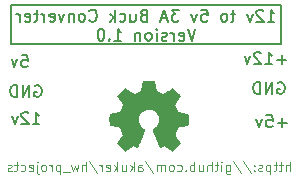
<source format=gbo>
G04 #@! TF.GenerationSoftware,KiCad,Pcbnew,(6.0.4)*
G04 #@! TF.CreationDate,2022-05-06T11:38:26-05:00*
G04 #@! TF.ProjectId,12v_buck_converter,3132765f-6275-4636-9b5f-636f6e766572,rev?*
G04 #@! TF.SameCoordinates,Original*
G04 #@! TF.FileFunction,Legend,Bot*
G04 #@! TF.FilePolarity,Positive*
%FSLAX46Y46*%
G04 Gerber Fmt 4.6, Leading zero omitted, Abs format (unit mm)*
G04 Created by KiCad (PCBNEW (6.0.4)) date 2022-05-06 11:38:26*
%MOMM*%
%LPD*%
G01*
G04 APERTURE LIST*
%ADD10C,0.150000*%
%ADD11C,0.100000*%
%ADD12C,0.010000*%
%ADD13R,1.700000X1.700000*%
%ADD14O,1.700000X1.700000*%
G04 APERTURE END LIST*
D10*
X53340000Y-100330000D02*
X76200000Y-100330000D01*
X76200000Y-100330000D02*
X76200000Y-103632000D01*
X76200000Y-103632000D02*
X53340000Y-103632000D01*
X53340000Y-103632000D02*
X53340000Y-100330000D01*
D11*
X76947809Y-114407904D02*
X76947809Y-113607904D01*
X76604952Y-114407904D02*
X76604952Y-113988857D01*
X76643047Y-113912666D01*
X76719238Y-113874571D01*
X76833523Y-113874571D01*
X76909714Y-113912666D01*
X76947809Y-113950761D01*
X76338285Y-113874571D02*
X76033523Y-113874571D01*
X76224000Y-113607904D02*
X76224000Y-114293619D01*
X76185904Y-114369809D01*
X76109714Y-114407904D01*
X76033523Y-114407904D01*
X75881142Y-113874571D02*
X75576380Y-113874571D01*
X75766857Y-113607904D02*
X75766857Y-114293619D01*
X75728761Y-114369809D01*
X75652571Y-114407904D01*
X75576380Y-114407904D01*
X75309714Y-113874571D02*
X75309714Y-114674571D01*
X75309714Y-113912666D02*
X75233523Y-113874571D01*
X75081142Y-113874571D01*
X75004952Y-113912666D01*
X74966857Y-113950761D01*
X74928761Y-114026952D01*
X74928761Y-114255523D01*
X74966857Y-114331714D01*
X75004952Y-114369809D01*
X75081142Y-114407904D01*
X75233523Y-114407904D01*
X75309714Y-114369809D01*
X74624000Y-114369809D02*
X74547809Y-114407904D01*
X74395428Y-114407904D01*
X74319238Y-114369809D01*
X74281142Y-114293619D01*
X74281142Y-114255523D01*
X74319238Y-114179333D01*
X74395428Y-114141238D01*
X74509714Y-114141238D01*
X74585904Y-114103142D01*
X74624000Y-114026952D01*
X74624000Y-113988857D01*
X74585904Y-113912666D01*
X74509714Y-113874571D01*
X74395428Y-113874571D01*
X74319238Y-113912666D01*
X73938285Y-114331714D02*
X73900190Y-114369809D01*
X73938285Y-114407904D01*
X73976380Y-114369809D01*
X73938285Y-114331714D01*
X73938285Y-114407904D01*
X73938285Y-113912666D02*
X73900190Y-113950761D01*
X73938285Y-113988857D01*
X73976380Y-113950761D01*
X73938285Y-113912666D01*
X73938285Y-113988857D01*
X72985904Y-113569809D02*
X73671619Y-114598380D01*
X72147809Y-113569809D02*
X72833523Y-114598380D01*
X71538285Y-113874571D02*
X71538285Y-114522190D01*
X71576380Y-114598380D01*
X71614476Y-114636476D01*
X71690666Y-114674571D01*
X71804952Y-114674571D01*
X71881142Y-114636476D01*
X71538285Y-114369809D02*
X71614476Y-114407904D01*
X71766857Y-114407904D01*
X71843047Y-114369809D01*
X71881142Y-114331714D01*
X71919238Y-114255523D01*
X71919238Y-114026952D01*
X71881142Y-113950761D01*
X71843047Y-113912666D01*
X71766857Y-113874571D01*
X71614476Y-113874571D01*
X71538285Y-113912666D01*
X71157333Y-114407904D02*
X71157333Y-113874571D01*
X71157333Y-113607904D02*
X71195428Y-113646000D01*
X71157333Y-113684095D01*
X71119238Y-113646000D01*
X71157333Y-113607904D01*
X71157333Y-113684095D01*
X70890666Y-113874571D02*
X70585904Y-113874571D01*
X70776380Y-113607904D02*
X70776380Y-114293619D01*
X70738285Y-114369809D01*
X70662095Y-114407904D01*
X70585904Y-114407904D01*
X70319238Y-114407904D02*
X70319238Y-113607904D01*
X69976380Y-114407904D02*
X69976380Y-113988857D01*
X70014476Y-113912666D01*
X70090666Y-113874571D01*
X70204952Y-113874571D01*
X70281142Y-113912666D01*
X70319238Y-113950761D01*
X69252571Y-113874571D02*
X69252571Y-114407904D01*
X69595428Y-113874571D02*
X69595428Y-114293619D01*
X69557333Y-114369809D01*
X69481142Y-114407904D01*
X69366857Y-114407904D01*
X69290666Y-114369809D01*
X69252571Y-114331714D01*
X68871619Y-114407904D02*
X68871619Y-113607904D01*
X68871619Y-113912666D02*
X68795428Y-113874571D01*
X68643047Y-113874571D01*
X68566857Y-113912666D01*
X68528761Y-113950761D01*
X68490666Y-114026952D01*
X68490666Y-114255523D01*
X68528761Y-114331714D01*
X68566857Y-114369809D01*
X68643047Y-114407904D01*
X68795428Y-114407904D01*
X68871619Y-114369809D01*
X68147809Y-114331714D02*
X68109714Y-114369809D01*
X68147809Y-114407904D01*
X68185904Y-114369809D01*
X68147809Y-114331714D01*
X68147809Y-114407904D01*
X67424000Y-114369809D02*
X67500190Y-114407904D01*
X67652571Y-114407904D01*
X67728761Y-114369809D01*
X67766857Y-114331714D01*
X67804952Y-114255523D01*
X67804952Y-114026952D01*
X67766857Y-113950761D01*
X67728761Y-113912666D01*
X67652571Y-113874571D01*
X67500190Y-113874571D01*
X67424000Y-113912666D01*
X66966857Y-114407904D02*
X67043047Y-114369809D01*
X67081142Y-114331714D01*
X67119238Y-114255523D01*
X67119238Y-114026952D01*
X67081142Y-113950761D01*
X67043047Y-113912666D01*
X66966857Y-113874571D01*
X66852571Y-113874571D01*
X66776380Y-113912666D01*
X66738285Y-113950761D01*
X66700190Y-114026952D01*
X66700190Y-114255523D01*
X66738285Y-114331714D01*
X66776380Y-114369809D01*
X66852571Y-114407904D01*
X66966857Y-114407904D01*
X66357333Y-114407904D02*
X66357333Y-113874571D01*
X66357333Y-113950761D02*
X66319238Y-113912666D01*
X66243047Y-113874571D01*
X66128761Y-113874571D01*
X66052571Y-113912666D01*
X66014476Y-113988857D01*
X66014476Y-114407904D01*
X66014476Y-113988857D02*
X65976380Y-113912666D01*
X65900190Y-113874571D01*
X65785904Y-113874571D01*
X65709714Y-113912666D01*
X65671619Y-113988857D01*
X65671619Y-114407904D01*
X64719238Y-113569809D02*
X65404952Y-114598380D01*
X64109714Y-114407904D02*
X64109714Y-113988857D01*
X64147809Y-113912666D01*
X64224000Y-113874571D01*
X64376380Y-113874571D01*
X64452571Y-113912666D01*
X64109714Y-114369809D02*
X64185904Y-114407904D01*
X64376380Y-114407904D01*
X64452571Y-114369809D01*
X64490666Y-114293619D01*
X64490666Y-114217428D01*
X64452571Y-114141238D01*
X64376380Y-114103142D01*
X64185904Y-114103142D01*
X64109714Y-114065047D01*
X63728761Y-114407904D02*
X63728761Y-113607904D01*
X63652571Y-114103142D02*
X63424000Y-114407904D01*
X63424000Y-113874571D02*
X63728761Y-114179333D01*
X62738285Y-113874571D02*
X62738285Y-114407904D01*
X63081142Y-113874571D02*
X63081142Y-114293619D01*
X63043047Y-114369809D01*
X62966857Y-114407904D01*
X62852571Y-114407904D01*
X62776380Y-114369809D01*
X62738285Y-114331714D01*
X62357333Y-114407904D02*
X62357333Y-113607904D01*
X62281142Y-114103142D02*
X62052571Y-114407904D01*
X62052571Y-113874571D02*
X62357333Y-114179333D01*
X61404952Y-114369809D02*
X61481142Y-114407904D01*
X61633523Y-114407904D01*
X61709714Y-114369809D01*
X61747809Y-114293619D01*
X61747809Y-113988857D01*
X61709714Y-113912666D01*
X61633523Y-113874571D01*
X61481142Y-113874571D01*
X61404952Y-113912666D01*
X61366857Y-113988857D01*
X61366857Y-114065047D01*
X61747809Y-114141238D01*
X61024000Y-114407904D02*
X61024000Y-113874571D01*
X61024000Y-114026952D02*
X60985904Y-113950761D01*
X60947809Y-113912666D01*
X60871619Y-113874571D01*
X60795428Y-113874571D01*
X59957333Y-113569809D02*
X60643047Y-114598380D01*
X59690666Y-114407904D02*
X59690666Y-113607904D01*
X59347809Y-114407904D02*
X59347809Y-113988857D01*
X59385904Y-113912666D01*
X59462095Y-113874571D01*
X59576380Y-113874571D01*
X59652571Y-113912666D01*
X59690666Y-113950761D01*
X59043047Y-113874571D02*
X58890666Y-114407904D01*
X58738285Y-114026952D01*
X58585904Y-114407904D01*
X58433523Y-113874571D01*
X58319238Y-114484095D02*
X57709714Y-114484095D01*
X57519238Y-113874571D02*
X57519238Y-114674571D01*
X57519238Y-113912666D02*
X57443047Y-113874571D01*
X57290666Y-113874571D01*
X57214476Y-113912666D01*
X57176380Y-113950761D01*
X57138285Y-114026952D01*
X57138285Y-114255523D01*
X57176380Y-114331714D01*
X57214476Y-114369809D01*
X57290666Y-114407904D01*
X57443047Y-114407904D01*
X57519238Y-114369809D01*
X56795428Y-114407904D02*
X56795428Y-113874571D01*
X56795428Y-114026952D02*
X56757333Y-113950761D01*
X56719238Y-113912666D01*
X56643047Y-113874571D01*
X56566857Y-113874571D01*
X56185904Y-114407904D02*
X56262095Y-114369809D01*
X56300190Y-114331714D01*
X56338285Y-114255523D01*
X56338285Y-114026952D01*
X56300190Y-113950761D01*
X56262095Y-113912666D01*
X56185904Y-113874571D01*
X56071619Y-113874571D01*
X55995428Y-113912666D01*
X55957333Y-113950761D01*
X55919238Y-114026952D01*
X55919238Y-114255523D01*
X55957333Y-114331714D01*
X55995428Y-114369809D01*
X56071619Y-114407904D01*
X56185904Y-114407904D01*
X55576380Y-113874571D02*
X55576380Y-114560285D01*
X55614476Y-114636476D01*
X55690666Y-114674571D01*
X55728761Y-114674571D01*
X55576380Y-113607904D02*
X55614476Y-113646000D01*
X55576380Y-113684095D01*
X55538285Y-113646000D01*
X55576380Y-113607904D01*
X55576380Y-113684095D01*
X54890666Y-114369809D02*
X54966857Y-114407904D01*
X55119238Y-114407904D01*
X55195428Y-114369809D01*
X55233523Y-114293619D01*
X55233523Y-113988857D01*
X55195428Y-113912666D01*
X55119238Y-113874571D01*
X54966857Y-113874571D01*
X54890666Y-113912666D01*
X54852571Y-113988857D01*
X54852571Y-114065047D01*
X55233523Y-114141238D01*
X54166857Y-114369809D02*
X54243047Y-114407904D01*
X54395428Y-114407904D01*
X54471619Y-114369809D01*
X54509714Y-114331714D01*
X54547809Y-114255523D01*
X54547809Y-114026952D01*
X54509714Y-113950761D01*
X54471619Y-113912666D01*
X54395428Y-113874571D01*
X54243047Y-113874571D01*
X54166857Y-113912666D01*
X53938285Y-113874571D02*
X53633523Y-113874571D01*
X53824000Y-113607904D02*
X53824000Y-114293619D01*
X53785904Y-114369809D01*
X53709714Y-114407904D01*
X53633523Y-114407904D01*
X53404952Y-114369809D02*
X53328761Y-114407904D01*
X53176380Y-114407904D01*
X53100190Y-114369809D01*
X53062095Y-114293619D01*
X53062095Y-114255523D01*
X53100190Y-114179333D01*
X53176380Y-114141238D01*
X53290666Y-114141238D01*
X53366857Y-114103142D01*
X53404952Y-114026952D01*
X53404952Y-113988857D01*
X53366857Y-113912666D01*
X53290666Y-113874571D01*
X53176380Y-113874571D01*
X53100190Y-113912666D01*
D10*
X75945904Y-106942000D02*
X76041142Y-106894380D01*
X76184000Y-106894380D01*
X76326857Y-106942000D01*
X76422095Y-107037238D01*
X76469714Y-107132476D01*
X76517333Y-107322952D01*
X76517333Y-107465809D01*
X76469714Y-107656285D01*
X76422095Y-107751523D01*
X76326857Y-107846761D01*
X76184000Y-107894380D01*
X76088761Y-107894380D01*
X75945904Y-107846761D01*
X75898285Y-107799142D01*
X75898285Y-107465809D01*
X76088761Y-107465809D01*
X75469714Y-107894380D02*
X75469714Y-106894380D01*
X74898285Y-107894380D01*
X74898285Y-106894380D01*
X74422095Y-107894380D02*
X74422095Y-106894380D01*
X74184000Y-106894380D01*
X74041142Y-106942000D01*
X73945904Y-107037238D01*
X73898285Y-107132476D01*
X73850666Y-107322952D01*
X73850666Y-107465809D01*
X73898285Y-107656285D01*
X73945904Y-107751523D01*
X74041142Y-107846761D01*
X74184000Y-107894380D01*
X74422095Y-107894380D01*
X76676095Y-110307428D02*
X75914190Y-110307428D01*
X76295142Y-110688380D02*
X76295142Y-109926476D01*
X74961809Y-109688380D02*
X75438000Y-109688380D01*
X75485619Y-110164571D01*
X75438000Y-110116952D01*
X75342761Y-110069333D01*
X75104666Y-110069333D01*
X75009428Y-110116952D01*
X74961809Y-110164571D01*
X74914190Y-110259809D01*
X74914190Y-110497904D01*
X74961809Y-110593142D01*
X75009428Y-110640761D01*
X75104666Y-110688380D01*
X75342761Y-110688380D01*
X75438000Y-110640761D01*
X75485619Y-110593142D01*
X74580857Y-110021714D02*
X74342761Y-110688380D01*
X74104666Y-110021714D01*
X54244857Y-104608380D02*
X54721047Y-104608380D01*
X54768666Y-105084571D01*
X54721047Y-105036952D01*
X54625809Y-104989333D01*
X54387714Y-104989333D01*
X54292476Y-105036952D01*
X54244857Y-105084571D01*
X54197238Y-105179809D01*
X54197238Y-105417904D01*
X54244857Y-105513142D01*
X54292476Y-105560761D01*
X54387714Y-105608380D01*
X54625809Y-105608380D01*
X54721047Y-105560761D01*
X54768666Y-105513142D01*
X53863904Y-104941714D02*
X53625809Y-105608380D01*
X53387714Y-104941714D01*
X76644285Y-104973428D02*
X75882380Y-104973428D01*
X76263333Y-105354380D02*
X76263333Y-104592476D01*
X74882380Y-105354380D02*
X75453809Y-105354380D01*
X75168095Y-105354380D02*
X75168095Y-104354380D01*
X75263333Y-104497238D01*
X75358571Y-104592476D01*
X75453809Y-104640095D01*
X74501428Y-104449619D02*
X74453809Y-104402000D01*
X74358571Y-104354380D01*
X74120476Y-104354380D01*
X74025238Y-104402000D01*
X73977619Y-104449619D01*
X73930000Y-104544857D01*
X73930000Y-104640095D01*
X73977619Y-104782952D01*
X74549047Y-105354380D01*
X73930000Y-105354380D01*
X73596666Y-104687714D02*
X73358571Y-105354380D01*
X73120476Y-104687714D01*
X55181428Y-110434380D02*
X55752857Y-110434380D01*
X55467142Y-110434380D02*
X55467142Y-109434380D01*
X55562380Y-109577238D01*
X55657619Y-109672476D01*
X55752857Y-109720095D01*
X54800476Y-109529619D02*
X54752857Y-109482000D01*
X54657619Y-109434380D01*
X54419523Y-109434380D01*
X54324285Y-109482000D01*
X54276666Y-109529619D01*
X54229047Y-109624857D01*
X54229047Y-109720095D01*
X54276666Y-109862952D01*
X54848095Y-110434380D01*
X54229047Y-110434380D01*
X53895714Y-109767714D02*
X53657619Y-110434380D01*
X53419523Y-109767714D01*
X55371904Y-107196000D02*
X55467142Y-107148380D01*
X55610000Y-107148380D01*
X55752857Y-107196000D01*
X55848095Y-107291238D01*
X55895714Y-107386476D01*
X55943333Y-107576952D01*
X55943333Y-107719809D01*
X55895714Y-107910285D01*
X55848095Y-108005523D01*
X55752857Y-108100761D01*
X55610000Y-108148380D01*
X55514761Y-108148380D01*
X55371904Y-108100761D01*
X55324285Y-108053142D01*
X55324285Y-107719809D01*
X55514761Y-107719809D01*
X54895714Y-108148380D02*
X54895714Y-107148380D01*
X54324285Y-108148380D01*
X54324285Y-107148380D01*
X53848095Y-108148380D02*
X53848095Y-107148380D01*
X53610000Y-107148380D01*
X53467142Y-107196000D01*
X53371904Y-107291238D01*
X53324285Y-107386476D01*
X53276666Y-107576952D01*
X53276666Y-107719809D01*
X53324285Y-107910285D01*
X53371904Y-108005523D01*
X53467142Y-108100761D01*
X53610000Y-108148380D01*
X53848095Y-108148380D01*
X75079523Y-101755380D02*
X75650952Y-101755380D01*
X75365238Y-101755380D02*
X75365238Y-100755380D01*
X75460476Y-100898238D01*
X75555714Y-100993476D01*
X75650952Y-101041095D01*
X74698571Y-100850619D02*
X74650952Y-100803000D01*
X74555714Y-100755380D01*
X74317619Y-100755380D01*
X74222380Y-100803000D01*
X74174761Y-100850619D01*
X74127142Y-100945857D01*
X74127142Y-101041095D01*
X74174761Y-101183952D01*
X74746190Y-101755380D01*
X74127142Y-101755380D01*
X73793809Y-101088714D02*
X73555714Y-101755380D01*
X73317619Y-101088714D01*
X72317619Y-101088714D02*
X71936666Y-101088714D01*
X72174761Y-100755380D02*
X72174761Y-101612523D01*
X72127142Y-101707761D01*
X72031904Y-101755380D01*
X71936666Y-101755380D01*
X71460476Y-101755380D02*
X71555714Y-101707761D01*
X71603333Y-101660142D01*
X71650952Y-101564904D01*
X71650952Y-101279190D01*
X71603333Y-101183952D01*
X71555714Y-101136333D01*
X71460476Y-101088714D01*
X71317619Y-101088714D01*
X71222380Y-101136333D01*
X71174761Y-101183952D01*
X71127142Y-101279190D01*
X71127142Y-101564904D01*
X71174761Y-101660142D01*
X71222380Y-101707761D01*
X71317619Y-101755380D01*
X71460476Y-101755380D01*
X69460476Y-100755380D02*
X69936666Y-100755380D01*
X69984285Y-101231571D01*
X69936666Y-101183952D01*
X69841428Y-101136333D01*
X69603333Y-101136333D01*
X69508095Y-101183952D01*
X69460476Y-101231571D01*
X69412857Y-101326809D01*
X69412857Y-101564904D01*
X69460476Y-101660142D01*
X69508095Y-101707761D01*
X69603333Y-101755380D01*
X69841428Y-101755380D01*
X69936666Y-101707761D01*
X69984285Y-101660142D01*
X69079523Y-101088714D02*
X68841428Y-101755380D01*
X68603333Y-101088714D01*
X67555714Y-100755380D02*
X66936666Y-100755380D01*
X67270000Y-101136333D01*
X67127142Y-101136333D01*
X67031904Y-101183952D01*
X66984285Y-101231571D01*
X66936666Y-101326809D01*
X66936666Y-101564904D01*
X66984285Y-101660142D01*
X67031904Y-101707761D01*
X67127142Y-101755380D01*
X67412857Y-101755380D01*
X67508095Y-101707761D01*
X67555714Y-101660142D01*
X66555714Y-101469666D02*
X66079523Y-101469666D01*
X66650952Y-101755380D02*
X66317619Y-100755380D01*
X65984285Y-101755380D01*
X64555714Y-101231571D02*
X64412857Y-101279190D01*
X64365238Y-101326809D01*
X64317619Y-101422047D01*
X64317619Y-101564904D01*
X64365238Y-101660142D01*
X64412857Y-101707761D01*
X64508095Y-101755380D01*
X64889047Y-101755380D01*
X64889047Y-100755380D01*
X64555714Y-100755380D01*
X64460476Y-100803000D01*
X64412857Y-100850619D01*
X64365238Y-100945857D01*
X64365238Y-101041095D01*
X64412857Y-101136333D01*
X64460476Y-101183952D01*
X64555714Y-101231571D01*
X64889047Y-101231571D01*
X63460476Y-101088714D02*
X63460476Y-101755380D01*
X63889047Y-101088714D02*
X63889047Y-101612523D01*
X63841428Y-101707761D01*
X63746190Y-101755380D01*
X63603333Y-101755380D01*
X63508095Y-101707761D01*
X63460476Y-101660142D01*
X62555714Y-101707761D02*
X62650952Y-101755380D01*
X62841428Y-101755380D01*
X62936666Y-101707761D01*
X62984285Y-101660142D01*
X63031904Y-101564904D01*
X63031904Y-101279190D01*
X62984285Y-101183952D01*
X62936666Y-101136333D01*
X62841428Y-101088714D01*
X62650952Y-101088714D01*
X62555714Y-101136333D01*
X62127142Y-101755380D02*
X62127142Y-100755380D01*
X62031904Y-101374428D02*
X61746190Y-101755380D01*
X61746190Y-101088714D02*
X62127142Y-101469666D01*
X59984285Y-101660142D02*
X60031904Y-101707761D01*
X60174761Y-101755380D01*
X60270000Y-101755380D01*
X60412857Y-101707761D01*
X60508095Y-101612523D01*
X60555714Y-101517285D01*
X60603333Y-101326809D01*
X60603333Y-101183952D01*
X60555714Y-100993476D01*
X60508095Y-100898238D01*
X60412857Y-100803000D01*
X60270000Y-100755380D01*
X60174761Y-100755380D01*
X60031904Y-100803000D01*
X59984285Y-100850619D01*
X59412857Y-101755380D02*
X59508095Y-101707761D01*
X59555714Y-101660142D01*
X59603333Y-101564904D01*
X59603333Y-101279190D01*
X59555714Y-101183952D01*
X59508095Y-101136333D01*
X59412857Y-101088714D01*
X59270000Y-101088714D01*
X59174761Y-101136333D01*
X59127142Y-101183952D01*
X59079523Y-101279190D01*
X59079523Y-101564904D01*
X59127142Y-101660142D01*
X59174761Y-101707761D01*
X59270000Y-101755380D01*
X59412857Y-101755380D01*
X58650952Y-101088714D02*
X58650952Y-101755380D01*
X58650952Y-101183952D02*
X58603333Y-101136333D01*
X58508095Y-101088714D01*
X58365238Y-101088714D01*
X58270000Y-101136333D01*
X58222380Y-101231571D01*
X58222380Y-101755380D01*
X57841428Y-101088714D02*
X57603333Y-101755380D01*
X57365238Y-101088714D01*
X56603333Y-101707761D02*
X56698571Y-101755380D01*
X56889047Y-101755380D01*
X56984285Y-101707761D01*
X57031904Y-101612523D01*
X57031904Y-101231571D01*
X56984285Y-101136333D01*
X56889047Y-101088714D01*
X56698571Y-101088714D01*
X56603333Y-101136333D01*
X56555714Y-101231571D01*
X56555714Y-101326809D01*
X57031904Y-101422047D01*
X56127142Y-101755380D02*
X56127142Y-101088714D01*
X56127142Y-101279190D02*
X56079523Y-101183952D01*
X56031904Y-101136333D01*
X55936666Y-101088714D01*
X55841428Y-101088714D01*
X55650952Y-101088714D02*
X55270000Y-101088714D01*
X55508095Y-100755380D02*
X55508095Y-101612523D01*
X55460476Y-101707761D01*
X55365238Y-101755380D01*
X55270000Y-101755380D01*
X54555714Y-101707761D02*
X54650952Y-101755380D01*
X54841428Y-101755380D01*
X54936666Y-101707761D01*
X54984285Y-101612523D01*
X54984285Y-101231571D01*
X54936666Y-101136333D01*
X54841428Y-101088714D01*
X54650952Y-101088714D01*
X54555714Y-101136333D01*
X54508095Y-101231571D01*
X54508095Y-101326809D01*
X54984285Y-101422047D01*
X54079523Y-101755380D02*
X54079523Y-101088714D01*
X54079523Y-101279190D02*
X54031904Y-101183952D01*
X53984285Y-101136333D01*
X53889047Y-101088714D01*
X53793809Y-101088714D01*
X68960476Y-102365380D02*
X68627142Y-103365380D01*
X68293809Y-102365380D01*
X67579523Y-103317761D02*
X67674761Y-103365380D01*
X67865238Y-103365380D01*
X67960476Y-103317761D01*
X68008095Y-103222523D01*
X68008095Y-102841571D01*
X67960476Y-102746333D01*
X67865238Y-102698714D01*
X67674761Y-102698714D01*
X67579523Y-102746333D01*
X67531904Y-102841571D01*
X67531904Y-102936809D01*
X68008095Y-103032047D01*
X67103333Y-103365380D02*
X67103333Y-102698714D01*
X67103333Y-102889190D02*
X67055714Y-102793952D01*
X67008095Y-102746333D01*
X66912857Y-102698714D01*
X66817619Y-102698714D01*
X66531904Y-103317761D02*
X66436666Y-103365380D01*
X66246190Y-103365380D01*
X66150952Y-103317761D01*
X66103333Y-103222523D01*
X66103333Y-103174904D01*
X66150952Y-103079666D01*
X66246190Y-103032047D01*
X66389047Y-103032047D01*
X66484285Y-102984428D01*
X66531904Y-102889190D01*
X66531904Y-102841571D01*
X66484285Y-102746333D01*
X66389047Y-102698714D01*
X66246190Y-102698714D01*
X66150952Y-102746333D01*
X65674761Y-103365380D02*
X65674761Y-102698714D01*
X65674761Y-102365380D02*
X65722380Y-102413000D01*
X65674761Y-102460619D01*
X65627142Y-102413000D01*
X65674761Y-102365380D01*
X65674761Y-102460619D01*
X65055714Y-103365380D02*
X65150952Y-103317761D01*
X65198571Y-103270142D01*
X65246190Y-103174904D01*
X65246190Y-102889190D01*
X65198571Y-102793952D01*
X65150952Y-102746333D01*
X65055714Y-102698714D01*
X64912857Y-102698714D01*
X64817619Y-102746333D01*
X64770000Y-102793952D01*
X64722380Y-102889190D01*
X64722380Y-103174904D01*
X64770000Y-103270142D01*
X64817619Y-103317761D01*
X64912857Y-103365380D01*
X65055714Y-103365380D01*
X64293809Y-102698714D02*
X64293809Y-103365380D01*
X64293809Y-102793952D02*
X64246190Y-102746333D01*
X64150952Y-102698714D01*
X64008095Y-102698714D01*
X63912857Y-102746333D01*
X63865238Y-102841571D01*
X63865238Y-103365380D01*
X62103333Y-103365380D02*
X62674761Y-103365380D01*
X62389047Y-103365380D02*
X62389047Y-102365380D01*
X62484285Y-102508238D01*
X62579523Y-102603476D01*
X62674761Y-102651095D01*
X61674761Y-103270142D02*
X61627142Y-103317761D01*
X61674761Y-103365380D01*
X61722380Y-103317761D01*
X61674761Y-103270142D01*
X61674761Y-103365380D01*
X61008095Y-102365380D02*
X60912857Y-102365380D01*
X60817619Y-102413000D01*
X60770000Y-102460619D01*
X60722380Y-102555857D01*
X60674761Y-102746333D01*
X60674761Y-102984428D01*
X60722380Y-103174904D01*
X60770000Y-103270142D01*
X60817619Y-103317761D01*
X60912857Y-103365380D01*
X61008095Y-103365380D01*
X61103333Y-103317761D01*
X61150952Y-103270142D01*
X61198571Y-103174904D01*
X61246190Y-102984428D01*
X61246190Y-102746333D01*
X61198571Y-102555857D01*
X61150952Y-102460619D01*
X61103333Y-102413000D01*
X61008095Y-102365380D01*
G36*
X65537275Y-107196931D02*
G01*
X65621095Y-107641555D01*
X66239667Y-107896551D01*
X66610707Y-107644246D01*
X66684144Y-107594506D01*
X66781499Y-107529218D01*
X66865787Y-107473454D01*
X66932631Y-107430078D01*
X66977654Y-107401953D01*
X66996478Y-107391942D01*
X67008039Y-107399061D01*
X67042596Y-107428894D01*
X67094894Y-107477852D01*
X67160500Y-107541440D01*
X67234983Y-107615163D01*
X67313913Y-107694525D01*
X67392856Y-107775031D01*
X67467384Y-107852185D01*
X67533063Y-107921493D01*
X67585463Y-107978457D01*
X67620153Y-108018584D01*
X67632701Y-108037377D01*
X67629782Y-108045451D01*
X67609571Y-108081469D01*
X67572663Y-108140744D01*
X67522050Y-108218630D01*
X67460725Y-108310481D01*
X67391679Y-108411650D01*
X67353787Y-108466826D01*
X67288606Y-108562884D01*
X67232723Y-108646717D01*
X67189117Y-108713777D01*
X67160769Y-108759519D01*
X67150657Y-108779396D01*
X67150823Y-108780497D01*
X67159743Y-108805694D01*
X67180206Y-108857147D01*
X67209360Y-108928135D01*
X67244353Y-109011935D01*
X67282332Y-109101828D01*
X67320445Y-109191091D01*
X67355839Y-109273003D01*
X67385662Y-109340843D01*
X67407061Y-109387890D01*
X67417184Y-109407422D01*
X67423174Y-109409155D01*
X67459566Y-109416969D01*
X67524427Y-109429915D01*
X67612565Y-109446979D01*
X67718787Y-109467151D01*
X67837902Y-109489418D01*
X67900683Y-109501223D01*
X68015912Y-109523748D01*
X68116662Y-109544550D01*
X68197426Y-109562435D01*
X68252698Y-109576208D01*
X68276971Y-109584674D01*
X68281331Y-109593066D01*
X68288563Y-109634072D01*
X68294246Y-109702368D01*
X68298382Y-109791529D01*
X68300977Y-109895128D01*
X68302036Y-110006740D01*
X68301561Y-110119938D01*
X68299559Y-110228296D01*
X68296033Y-110325389D01*
X68290987Y-110404790D01*
X68284427Y-110460072D01*
X68276356Y-110484810D01*
X68271458Y-110487600D01*
X68234930Y-110499569D01*
X68171565Y-110515405D01*
X68088686Y-110533374D01*
X67993618Y-110551741D01*
X67961542Y-110557591D01*
X67813393Y-110584798D01*
X67696961Y-110606663D01*
X67608209Y-110624093D01*
X67543103Y-110637996D01*
X67497606Y-110649277D01*
X67467682Y-110658843D01*
X67449294Y-110667601D01*
X67438407Y-110676457D01*
X67437142Y-110677943D01*
X67419338Y-110708931D01*
X67392994Y-110765634D01*
X67360661Y-110841399D01*
X67324893Y-110929574D01*
X67288244Y-111023507D01*
X67253266Y-111116547D01*
X67222513Y-111202041D01*
X67198538Y-111273336D01*
X67183895Y-111323782D01*
X67181136Y-111346726D01*
X67182981Y-111349703D01*
X67202075Y-111378493D01*
X67237984Y-111431595D01*
X67287378Y-111504117D01*
X67346927Y-111591167D01*
X67413303Y-111687854D01*
X67431520Y-111714456D01*
X67495577Y-111809875D01*
X67550937Y-111895212D01*
X67594439Y-111965405D01*
X67622924Y-112015394D01*
X67633232Y-112040116D01*
X67631011Y-112046616D01*
X67607858Y-112078644D01*
X67562177Y-112130945D01*
X67497241Y-112199999D01*
X67416319Y-112282286D01*
X67322685Y-112374286D01*
X67269165Y-112425781D01*
X67184542Y-112505983D01*
X67110475Y-112574678D01*
X67050941Y-112628252D01*
X67009917Y-112663085D01*
X66991381Y-112675563D01*
X66978646Y-112670938D01*
X66939436Y-112649057D01*
X66882495Y-112613273D01*
X66815250Y-112568117D01*
X66767438Y-112535165D01*
X66671985Y-112469727D01*
X66570125Y-112400228D01*
X66477088Y-112337075D01*
X66294832Y-112213800D01*
X66141841Y-112296520D01*
X66105817Y-112315613D01*
X66040303Y-112348272D01*
X65989640Y-112370819D01*
X65962564Y-112379226D01*
X65953703Y-112368430D01*
X65931699Y-112327323D01*
X65899199Y-112259549D01*
X65858010Y-112169409D01*
X65809942Y-112061205D01*
X65756802Y-111939237D01*
X65700399Y-111807808D01*
X65642542Y-111671218D01*
X65585038Y-111533767D01*
X65529697Y-111399758D01*
X65478326Y-111273491D01*
X65432735Y-111159268D01*
X65394732Y-111061390D01*
X65366124Y-110984157D01*
X65348721Y-110931871D01*
X65344331Y-110908833D01*
X65344628Y-110908160D01*
X65365077Y-110886863D01*
X65407850Y-110853508D01*
X65464117Y-110815011D01*
X65481877Y-110803256D01*
X65617014Y-110691735D01*
X65728856Y-110558906D01*
X65814755Y-110410298D01*
X65872062Y-110251440D01*
X65898131Y-110087860D01*
X65890313Y-109925088D01*
X65858644Y-109780315D01*
X65801782Y-109634124D01*
X65718888Y-109503703D01*
X65605131Y-109379813D01*
X65560433Y-109340235D01*
X65415935Y-109242723D01*
X65259838Y-109177050D01*
X65096667Y-109142630D01*
X64930943Y-109138874D01*
X64767192Y-109165194D01*
X64609936Y-109221003D01*
X64463698Y-109305714D01*
X64333004Y-109418737D01*
X64222374Y-109559487D01*
X64201105Y-109594342D01*
X64128810Y-109753655D01*
X64090415Y-109919552D01*
X64084914Y-110087737D01*
X64111301Y-110253913D01*
X64168570Y-110413784D01*
X64255717Y-110563053D01*
X64371736Y-110697423D01*
X64515622Y-110812599D01*
X64520294Y-110815702D01*
X64575964Y-110854933D01*
X64617689Y-110888286D01*
X64636746Y-110908833D01*
X64634342Y-110924941D01*
X64619391Y-110971844D01*
X64592881Y-111044539D01*
X64556620Y-111138725D01*
X64512416Y-111250098D01*
X64462076Y-111374358D01*
X64407407Y-111507202D01*
X64350218Y-111644327D01*
X64292316Y-111781432D01*
X64235510Y-111914215D01*
X64181606Y-112038374D01*
X64132412Y-112149606D01*
X64089737Y-112243609D01*
X64055387Y-112316082D01*
X64031171Y-112362722D01*
X64018897Y-112379226D01*
X64008689Y-112376991D01*
X63968586Y-112360926D01*
X63909318Y-112332759D01*
X63839619Y-112296520D01*
X63686629Y-112213800D01*
X63504373Y-112337075D01*
X63450527Y-112373579D01*
X63350374Y-112441784D01*
X63250525Y-112510098D01*
X63166211Y-112568117D01*
X63119679Y-112599736D01*
X63059200Y-112639020D01*
X63014357Y-112665912D01*
X62992455Y-112675883D01*
X62983045Y-112671650D01*
X62949031Y-112645721D01*
X62896595Y-112600070D01*
X62830301Y-112539186D01*
X62754713Y-112467561D01*
X62674396Y-112389683D01*
X62593913Y-112310045D01*
X62517829Y-112233135D01*
X62450707Y-112163445D01*
X62397112Y-112105464D01*
X62361608Y-112063684D01*
X62348759Y-112042593D01*
X62349500Y-112038581D01*
X62364793Y-112005920D01*
X62397462Y-111949412D01*
X62444350Y-111874163D01*
X62502301Y-111785275D01*
X62568157Y-111687854D01*
X62586627Y-111660982D01*
X62651482Y-111566423D01*
X62708609Y-111482827D01*
X62754678Y-111415084D01*
X62786359Y-111368086D01*
X62800324Y-111346726D01*
X62800668Y-111345811D01*
X62796546Y-111319678D01*
X62780807Y-111266740D01*
X62756004Y-111193647D01*
X62724689Y-111107052D01*
X62689417Y-111013608D01*
X62652740Y-110919965D01*
X62617212Y-110832777D01*
X62585386Y-110758695D01*
X62559816Y-110704371D01*
X62543053Y-110676457D01*
X62541374Y-110674724D01*
X62529372Y-110665956D01*
X62509103Y-110657115D01*
X62476529Y-110647292D01*
X62427616Y-110635583D01*
X62358327Y-110621080D01*
X62264625Y-110602876D01*
X62142476Y-110580066D01*
X61987842Y-110551741D01*
X61955770Y-110545780D01*
X61863893Y-110527352D01*
X61786607Y-110509892D01*
X61731236Y-110495133D01*
X61705105Y-110484810D01*
X61700733Y-110476197D01*
X61693445Y-110434826D01*
X61687669Y-110366241D01*
X61683410Y-110276868D01*
X61680673Y-110173135D01*
X61679462Y-110061465D01*
X61679782Y-109948287D01*
X61681636Y-109840026D01*
X61685030Y-109743108D01*
X61689967Y-109663959D01*
X61696452Y-109609006D01*
X61704489Y-109584674D01*
X61712696Y-109581079D01*
X61753519Y-109569748D01*
X61822524Y-109553722D01*
X61914203Y-109534195D01*
X62023050Y-109512362D01*
X62143558Y-109489418D01*
X62209357Y-109477159D01*
X62322135Y-109455901D01*
X62419207Y-109437287D01*
X62495382Y-109422328D01*
X62545469Y-109412036D01*
X62564276Y-109407422D01*
X62564983Y-109406471D01*
X62576961Y-109382310D01*
X62599794Y-109331694D01*
X62630630Y-109261338D01*
X62666613Y-109177958D01*
X62704891Y-109088270D01*
X62742609Y-108998989D01*
X62776913Y-108916832D01*
X62804949Y-108848513D01*
X62823864Y-108800748D01*
X62830803Y-108780254D01*
X62827742Y-108773043D01*
X62807372Y-108738728D01*
X62770422Y-108680970D01*
X62719860Y-108604299D01*
X62658657Y-108513248D01*
X62589781Y-108412350D01*
X62551994Y-108357093D01*
X62486782Y-108260215D01*
X62430871Y-108175193D01*
X62387241Y-108106662D01*
X62358877Y-108059260D01*
X62348759Y-108037623D01*
X62355790Y-108025887D01*
X62385197Y-107990818D01*
X62433441Y-107937745D01*
X62496093Y-107871164D01*
X62568725Y-107795574D01*
X62646908Y-107715472D01*
X62726214Y-107635354D01*
X62802213Y-107559718D01*
X62870478Y-107493062D01*
X62926580Y-107439882D01*
X62966090Y-107404676D01*
X62984579Y-107391942D01*
X62994843Y-107396893D01*
X63032530Y-107419857D01*
X63093348Y-107458938D01*
X63172913Y-107511272D01*
X63266843Y-107573996D01*
X63370754Y-107644246D01*
X63741794Y-107896551D01*
X64051080Y-107769053D01*
X64360365Y-107641555D01*
X64444186Y-107196931D01*
X64528006Y-106752307D01*
X65453454Y-106752307D01*
X65537275Y-107196931D01*
G37*
D12*
X65537275Y-107196931D02*
X65621095Y-107641555D01*
X66239667Y-107896551D01*
X66610707Y-107644246D01*
X66684144Y-107594506D01*
X66781499Y-107529218D01*
X66865787Y-107473454D01*
X66932631Y-107430078D01*
X66977654Y-107401953D01*
X66996478Y-107391942D01*
X67008039Y-107399061D01*
X67042596Y-107428894D01*
X67094894Y-107477852D01*
X67160500Y-107541440D01*
X67234983Y-107615163D01*
X67313913Y-107694525D01*
X67392856Y-107775031D01*
X67467384Y-107852185D01*
X67533063Y-107921493D01*
X67585463Y-107978457D01*
X67620153Y-108018584D01*
X67632701Y-108037377D01*
X67629782Y-108045451D01*
X67609571Y-108081469D01*
X67572663Y-108140744D01*
X67522050Y-108218630D01*
X67460725Y-108310481D01*
X67391679Y-108411650D01*
X67353787Y-108466826D01*
X67288606Y-108562884D01*
X67232723Y-108646717D01*
X67189117Y-108713777D01*
X67160769Y-108759519D01*
X67150657Y-108779396D01*
X67150823Y-108780497D01*
X67159743Y-108805694D01*
X67180206Y-108857147D01*
X67209360Y-108928135D01*
X67244353Y-109011935D01*
X67282332Y-109101828D01*
X67320445Y-109191091D01*
X67355839Y-109273003D01*
X67385662Y-109340843D01*
X67407061Y-109387890D01*
X67417184Y-109407422D01*
X67423174Y-109409155D01*
X67459566Y-109416969D01*
X67524427Y-109429915D01*
X67612565Y-109446979D01*
X67718787Y-109467151D01*
X67837902Y-109489418D01*
X67900683Y-109501223D01*
X68015912Y-109523748D01*
X68116662Y-109544550D01*
X68197426Y-109562435D01*
X68252698Y-109576208D01*
X68276971Y-109584674D01*
X68281331Y-109593066D01*
X68288563Y-109634072D01*
X68294246Y-109702368D01*
X68298382Y-109791529D01*
X68300977Y-109895128D01*
X68302036Y-110006740D01*
X68301561Y-110119938D01*
X68299559Y-110228296D01*
X68296033Y-110325389D01*
X68290987Y-110404790D01*
X68284427Y-110460072D01*
X68276356Y-110484810D01*
X68271458Y-110487600D01*
X68234930Y-110499569D01*
X68171565Y-110515405D01*
X68088686Y-110533374D01*
X67993618Y-110551741D01*
X67961542Y-110557591D01*
X67813393Y-110584798D01*
X67696961Y-110606663D01*
X67608209Y-110624093D01*
X67543103Y-110637996D01*
X67497606Y-110649277D01*
X67467682Y-110658843D01*
X67449294Y-110667601D01*
X67438407Y-110676457D01*
X67437142Y-110677943D01*
X67419338Y-110708931D01*
X67392994Y-110765634D01*
X67360661Y-110841399D01*
X67324893Y-110929574D01*
X67288244Y-111023507D01*
X67253266Y-111116547D01*
X67222513Y-111202041D01*
X67198538Y-111273336D01*
X67183895Y-111323782D01*
X67181136Y-111346726D01*
X67182981Y-111349703D01*
X67202075Y-111378493D01*
X67237984Y-111431595D01*
X67287378Y-111504117D01*
X67346927Y-111591167D01*
X67413303Y-111687854D01*
X67431520Y-111714456D01*
X67495577Y-111809875D01*
X67550937Y-111895212D01*
X67594439Y-111965405D01*
X67622924Y-112015394D01*
X67633232Y-112040116D01*
X67631011Y-112046616D01*
X67607858Y-112078644D01*
X67562177Y-112130945D01*
X67497241Y-112199999D01*
X67416319Y-112282286D01*
X67322685Y-112374286D01*
X67269165Y-112425781D01*
X67184542Y-112505983D01*
X67110475Y-112574678D01*
X67050941Y-112628252D01*
X67009917Y-112663085D01*
X66991381Y-112675563D01*
X66978646Y-112670938D01*
X66939436Y-112649057D01*
X66882495Y-112613273D01*
X66815250Y-112568117D01*
X66767438Y-112535165D01*
X66671985Y-112469727D01*
X66570125Y-112400228D01*
X66477088Y-112337075D01*
X66294832Y-112213800D01*
X66141841Y-112296520D01*
X66105817Y-112315613D01*
X66040303Y-112348272D01*
X65989640Y-112370819D01*
X65962564Y-112379226D01*
X65953703Y-112368430D01*
X65931699Y-112327323D01*
X65899199Y-112259549D01*
X65858010Y-112169409D01*
X65809942Y-112061205D01*
X65756802Y-111939237D01*
X65700399Y-111807808D01*
X65642542Y-111671218D01*
X65585038Y-111533767D01*
X65529697Y-111399758D01*
X65478326Y-111273491D01*
X65432735Y-111159268D01*
X65394732Y-111061390D01*
X65366124Y-110984157D01*
X65348721Y-110931871D01*
X65344331Y-110908833D01*
X65344628Y-110908160D01*
X65365077Y-110886863D01*
X65407850Y-110853508D01*
X65464117Y-110815011D01*
X65481877Y-110803256D01*
X65617014Y-110691735D01*
X65728856Y-110558906D01*
X65814755Y-110410298D01*
X65872062Y-110251440D01*
X65898131Y-110087860D01*
X65890313Y-109925088D01*
X65858644Y-109780315D01*
X65801782Y-109634124D01*
X65718888Y-109503703D01*
X65605131Y-109379813D01*
X65560433Y-109340235D01*
X65415935Y-109242723D01*
X65259838Y-109177050D01*
X65096667Y-109142630D01*
X64930943Y-109138874D01*
X64767192Y-109165194D01*
X64609936Y-109221003D01*
X64463698Y-109305714D01*
X64333004Y-109418737D01*
X64222374Y-109559487D01*
X64201105Y-109594342D01*
X64128810Y-109753655D01*
X64090415Y-109919552D01*
X64084914Y-110087737D01*
X64111301Y-110253913D01*
X64168570Y-110413784D01*
X64255717Y-110563053D01*
X64371736Y-110697423D01*
X64515622Y-110812599D01*
X64520294Y-110815702D01*
X64575964Y-110854933D01*
X64617689Y-110888286D01*
X64636746Y-110908833D01*
X64634342Y-110924941D01*
X64619391Y-110971844D01*
X64592881Y-111044539D01*
X64556620Y-111138725D01*
X64512416Y-111250098D01*
X64462076Y-111374358D01*
X64407407Y-111507202D01*
X64350218Y-111644327D01*
X64292316Y-111781432D01*
X64235510Y-111914215D01*
X64181606Y-112038374D01*
X64132412Y-112149606D01*
X64089737Y-112243609D01*
X64055387Y-112316082D01*
X64031171Y-112362722D01*
X64018897Y-112379226D01*
X64008689Y-112376991D01*
X63968586Y-112360926D01*
X63909318Y-112332759D01*
X63839619Y-112296520D01*
X63686629Y-112213800D01*
X63504373Y-112337075D01*
X63450527Y-112373579D01*
X63350374Y-112441784D01*
X63250525Y-112510098D01*
X63166211Y-112568117D01*
X63119679Y-112599736D01*
X63059200Y-112639020D01*
X63014357Y-112665912D01*
X62992455Y-112675883D01*
X62983045Y-112671650D01*
X62949031Y-112645721D01*
X62896595Y-112600070D01*
X62830301Y-112539186D01*
X62754713Y-112467561D01*
X62674396Y-112389683D01*
X62593913Y-112310045D01*
X62517829Y-112233135D01*
X62450707Y-112163445D01*
X62397112Y-112105464D01*
X62361608Y-112063684D01*
X62348759Y-112042593D01*
X62349500Y-112038581D01*
X62364793Y-112005920D01*
X62397462Y-111949412D01*
X62444350Y-111874163D01*
X62502301Y-111785275D01*
X62568157Y-111687854D01*
X62586627Y-111660982D01*
X62651482Y-111566423D01*
X62708609Y-111482827D01*
X62754678Y-111415084D01*
X62786359Y-111368086D01*
X62800324Y-111346726D01*
X62800668Y-111345811D01*
X62796546Y-111319678D01*
X62780807Y-111266740D01*
X62756004Y-111193647D01*
X62724689Y-111107052D01*
X62689417Y-111013608D01*
X62652740Y-110919965D01*
X62617212Y-110832777D01*
X62585386Y-110758695D01*
X62559816Y-110704371D01*
X62543053Y-110676457D01*
X62541374Y-110674724D01*
X62529372Y-110665956D01*
X62509103Y-110657115D01*
X62476529Y-110647292D01*
X62427616Y-110635583D01*
X62358327Y-110621080D01*
X62264625Y-110602876D01*
X62142476Y-110580066D01*
X61987842Y-110551741D01*
X61955770Y-110545780D01*
X61863893Y-110527352D01*
X61786607Y-110509892D01*
X61731236Y-110495133D01*
X61705105Y-110484810D01*
X61700733Y-110476197D01*
X61693445Y-110434826D01*
X61687669Y-110366241D01*
X61683410Y-110276868D01*
X61680673Y-110173135D01*
X61679462Y-110061465D01*
X61679782Y-109948287D01*
X61681636Y-109840026D01*
X61685030Y-109743108D01*
X61689967Y-109663959D01*
X61696452Y-109609006D01*
X61704489Y-109584674D01*
X61712696Y-109581079D01*
X61753519Y-109569748D01*
X61822524Y-109553722D01*
X61914203Y-109534195D01*
X62023050Y-109512362D01*
X62143558Y-109489418D01*
X62209357Y-109477159D01*
X62322135Y-109455901D01*
X62419207Y-109437287D01*
X62495382Y-109422328D01*
X62545469Y-109412036D01*
X62564276Y-109407422D01*
X62564983Y-109406471D01*
X62576961Y-109382310D01*
X62599794Y-109331694D01*
X62630630Y-109261338D01*
X62666613Y-109177958D01*
X62704891Y-109088270D01*
X62742609Y-108998989D01*
X62776913Y-108916832D01*
X62804949Y-108848513D01*
X62823864Y-108800748D01*
X62830803Y-108780254D01*
X62827742Y-108773043D01*
X62807372Y-108738728D01*
X62770422Y-108680970D01*
X62719860Y-108604299D01*
X62658657Y-108513248D01*
X62589781Y-108412350D01*
X62551994Y-108357093D01*
X62486782Y-108260215D01*
X62430871Y-108175193D01*
X62387241Y-108106662D01*
X62358877Y-108059260D01*
X62348759Y-108037623D01*
X62355790Y-108025887D01*
X62385197Y-107990818D01*
X62433441Y-107937745D01*
X62496093Y-107871164D01*
X62568725Y-107795574D01*
X62646908Y-107715472D01*
X62726214Y-107635354D01*
X62802213Y-107559718D01*
X62870478Y-107493062D01*
X62926580Y-107439882D01*
X62966090Y-107404676D01*
X62984579Y-107391942D01*
X62994843Y-107396893D01*
X63032530Y-107419857D01*
X63093348Y-107458938D01*
X63172913Y-107511272D01*
X63266843Y-107573996D01*
X63370754Y-107644246D01*
X63741794Y-107896551D01*
X64051080Y-107769053D01*
X64360365Y-107641555D01*
X64444186Y-107196931D01*
X64528006Y-106752307D01*
X65453454Y-106752307D01*
X65537275Y-107196931D01*
%LPC*%
D13*
X78184000Y-104960000D03*
D14*
X78184000Y-107500000D03*
X78184000Y-110040000D03*
D13*
X51816000Y-110040000D03*
D14*
X51816000Y-107500000D03*
X51816000Y-104960000D03*
M02*

</source>
